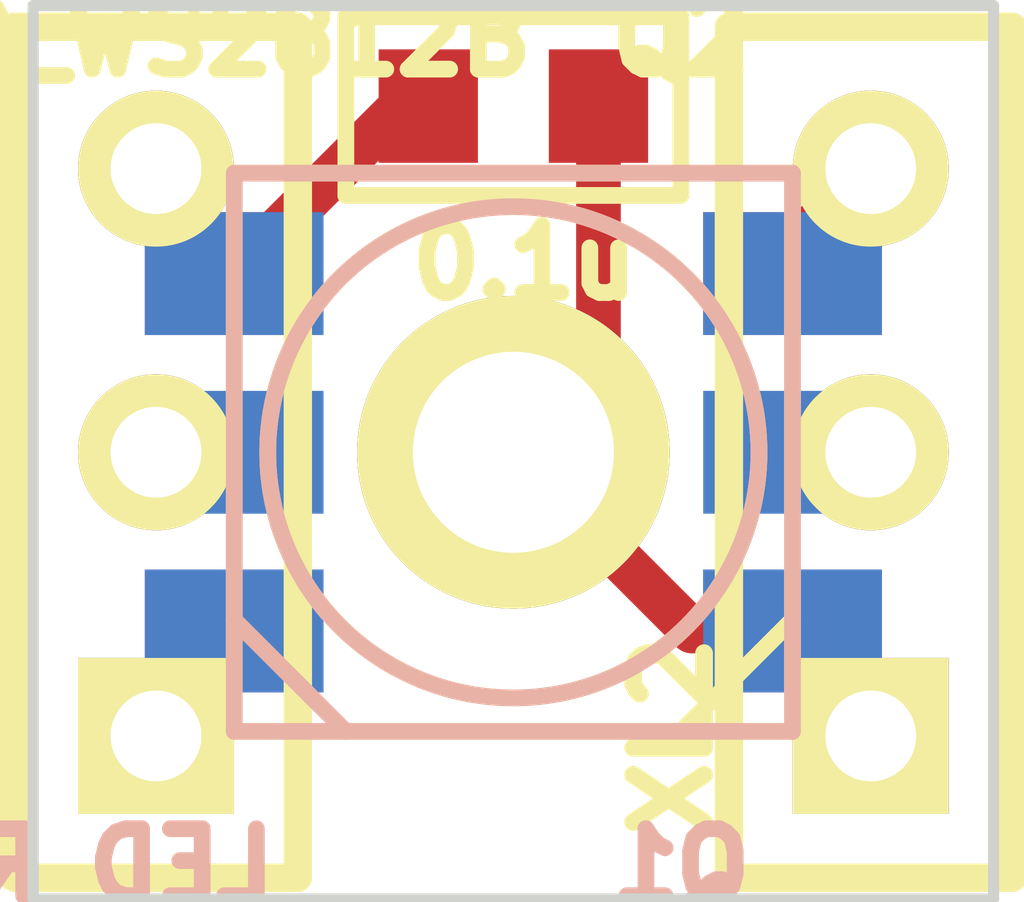
<source format=kicad_pcb>
(kicad_pcb (version 3) (host pcbnew "(2013-07-07 BZR 4022)-stable")

  (general
    (links 12)
    (no_connects 3)
    (area 148.82544 95.655 162.997001 104.87543)
    (thickness 1.6)
    (drawings 4)
    (tracks 16)
    (zones 0)
    (modules 6)
    (nets 8)
  )

  (page A3)
  (layers
    (15 F.Cu signal)
    (0 B.Cu signal)
    (16 B.Adhes user)
    (17 F.Adhes user)
    (18 B.Paste user)
    (19 F.Paste user)
    (20 B.SilkS user)
    (21 F.SilkS user)
    (22 B.Mask user)
    (23 F.Mask user)
    (24 Dwgs.User user)
    (25 Cmts.User user)
    (26 Eco1.User user)
    (27 Eco2.User user)
    (28 Edge.Cuts user)
  )

  (setup
    (last_trace_width 0.4)
    (trace_clearance 0.2)
    (zone_clearance 0.508)
    (zone_45_only no)
    (trace_min 0.254)
    (segment_width 0.2)
    (edge_width 0.1)
    (via_size 0.889)
    (via_drill 0.635)
    (via_min_size 0.889)
    (via_min_drill 0.508)
    (uvia_size 0.508)
    (uvia_drill 0.127)
    (uvias_allowed no)
    (uvia_min_size 0.508)
    (uvia_min_drill 0.127)
    (pcb_text_width 0.3)
    (pcb_text_size 1.5 1.5)
    (mod_edge_width 0.15)
    (mod_text_size 1 1)
    (mod_text_width 0.15)
    (pad_size 2.8 2.8)
    (pad_drill 1.8)
    (pad_to_mask_clearance 0.1)
    (aux_axis_origin 0 0)
    (visible_elements 7FFFFFCF)
    (pcbplotparams
      (layerselection 268468225)
      (usegerberextensions true)
      (excludeedgelayer true)
      (linewidth 0.150000)
      (plotframeref false)
      (viasonmask false)
      (mode 1)
      (useauxorigin false)
      (hpglpennumber 1)
      (hpglpenspeed 20)
      (hpglpendiameter 15)
      (hpglpenoverlay 2)
      (psnegative false)
      (psa4output false)
      (plotreference true)
      (plotvalue true)
      (plotothertext true)
      (plotinvisibletext false)
      (padsonsilk false)
      (subtractmaskfromsilk false)
      (outputformat 1)
      (mirror false)
      (drillshape 0)
      (scaleselection 1)
      (outputdirectory Gerber))
  )

  (net 0 "")
  (net 1 N-000001)
  (net 2 N-000002)
  (net 3 N-000003)
  (net 4 N-000004)
  (net 5 N-000005)
  (net 6 N-000006)
  (net 7 N-000007)

  (net_class Default "This is the default net class."
    (clearance 0.2)
    (trace_width 0.4)
    (via_dia 0.889)
    (via_drill 0.635)
    (uvia_dia 0.508)
    (uvia_drill 0.127)
    (add_net "")
    (add_net N-000001)
    (add_net N-000002)
    (add_net N-000003)
    (add_net N-000004)
    (add_net N-000005)
    (add_net N-000006)
    (add_net N-000007)
  )

  (module SIL1_ROUND_1MM8 (layer F.Cu) (tedit 532EDE1F) (tstamp 532EE5DB)
    (at 158.2 100.6)
    (descr "Connecteurs 2 pins")
    (tags "CONN DEV")
    (path /532ED359)
    (fp_text reference XL3 (at 0 -1.778) (layer F.SilkS) hide
      (effects (font (size 0.14986 0.14986) (thickness 0.0381)))
    )
    (fp_text value CONN_1 (at 0 2.032) (layer F.SilkS) hide
      (effects (font (size 0.635 0.635) (thickness 0.16002)))
    )
    (pad 1 thru_hole circle (at 0 0) (size 2.8 2.8) (drill 1.8)
      (layers *.Cu *.Mask F.SilkS)
      (net 7 N-000007)
    )
  )

  (module SIL-3 (layer F.Cu) (tedit 4D35A701) (tstamp 532EE5E6)
    (at 155 100.6 90)
    (descr "Connector 3-pin")
    (path /532ED892)
    (fp_text reference XL1 (at -2.54 -1.778 90) (layer F.SilkS)
      (effects (font (size 0.635 0.635) (thickness 0.16002)))
    )
    (fp_text value CONN_3 (at 2.286 -1.778 90) (layer F.SilkS) hide
      (effects (font (size 0.635 0.635) (thickness 0.16002)))
    )
    (fp_line (start -3.81 -1.27) (end 3.81 -1.27) (layer F.SilkS) (width 0.254))
    (fp_line (start 3.81 -1.27) (end 3.81 1.27) (layer F.SilkS) (width 0.254))
    (fp_line (start 3.81 1.27) (end -3.81 1.27) (layer F.SilkS) (width 0.254))
    (fp_line (start -3.81 1.27) (end -3.81 -1.27) (layer F.SilkS) (width 0.254))
    (pad 1 thru_hole rect (at -2.54 0 90) (size 1.397 1.397) (drill 0.8128)
      (layers *.Cu *.Mask F.SilkS)
      (net 1 N-000001)
    )
    (pad 2 thru_hole circle (at 0 0 90) (size 1.397 1.397) (drill 0.8128)
      (layers *.Cu *.Mask F.SilkS)
      (net 3 N-000003)
    )
    (pad 3 thru_hole circle (at 2.54 0 90) (size 1.397 1.397) (drill 0.8128)
      (layers *.Cu *.Mask F.SilkS)
      (net 6 N-000006)
    )
  )

  (module SIL-3 (layer F.Cu) (tedit 4D35A701) (tstamp 532EE5F1)
    (at 161.4 100.6 90)
    (descr "Connector 3-pin")
    (path /532ED8A1)
    (fp_text reference XL2 (at -2.54 -1.778 90) (layer F.SilkS)
      (effects (font (size 0.635 0.635) (thickness 0.16002)))
    )
    (fp_text value CONN_3 (at 2.286 -1.778 90) (layer F.SilkS) hide
      (effects (font (size 0.635 0.635) (thickness 0.16002)))
    )
    (fp_line (start -3.81 -1.27) (end 3.81 -1.27) (layer F.SilkS) (width 0.254))
    (fp_line (start 3.81 -1.27) (end 3.81 1.27) (layer F.SilkS) (width 0.254))
    (fp_line (start 3.81 1.27) (end -3.81 1.27) (layer F.SilkS) (width 0.254))
    (fp_line (start -3.81 1.27) (end -3.81 -1.27) (layer F.SilkS) (width 0.254))
    (pad 1 thru_hole rect (at -2.54 0 90) (size 1.397 1.397) (drill 0.8128)
      (layers *.Cu *.Mask F.SilkS)
      (net 5 N-000005)
    )
    (pad 2 thru_hole circle (at 0 0 90) (size 1.397 1.397) (drill 0.8128)
      (layers *.Cu *.Mask F.SilkS)
      (net 4 N-000004)
    )
    (pad 3 thru_hole circle (at 2.54 0 90) (size 1.397 1.397) (drill 0.8128)
      (layers *.Cu *.Mask F.SilkS)
      (net 2 N-000002)
    )
  )

  (module LED_WS2812B (layer F.Cu) (tedit 532EDD60) (tstamp 532EE5FF)
    (at 158.2 100.6)
    (path /532DF74E)
    (fp_text reference Q2 (at 1.50114 -3.70078) (layer F.SilkS)
      (effects (font (size 0.6 0.6) (thickness 0.15)))
    )
    (fp_text value LED_RGB_WS2812B (at -4.09956 -3.70078) (layer F.SilkS)
      (effects (font (size 0.6 0.6) (thickness 0.15)))
    )
    (fp_line (start 1.5 2.5) (end 2.5 1.5) (layer F.SilkS) (width 0.15))
    (fp_circle (center 0 0) (end 0 2.19964) (layer F.SilkS) (width 0.14986))
    (fp_line (start 2.49936 -2.49936) (end 2.49936 2.49936) (layer F.SilkS) (width 0.14986))
    (fp_line (start 2.49936 2.49936) (end -2.49936 2.49936) (layer F.SilkS) (width 0.14986))
    (fp_line (start -2.49936 2.49936) (end -2.49936 -2.49936) (layer F.SilkS) (width 0.14986))
    (fp_line (start -2.49936 -2.49936) (end 2.49936 -2.49936) (layer F.SilkS) (width 0.14986))
    (pad 4 smd rect (at 2.5 -1.6) (size 1.6 1.1)
      (layers F.Cu F.Paste F.Mask)
      (net 2 N-000002)
    )
    (pad 3 smd rect (at 2.5 1.6) (size 1.6 1.1)
      (layers F.Cu F.Paste F.Mask)
      (net 7 N-000007)
    )
    (pad 1 smd rect (at -2.5 -1.6) (size 1.6 1.1)
      (layers F.Cu F.Paste F.Mask)
      (net 6 N-000006)
    )
    (pad 2 smd rect (at -2.5 1.6) (size 1.6 1.1)
      (layers F.Cu F.Paste F.Mask)
      (net 1 N-000001)
    )
  )

  (module LED_HH5050_RGB (layer B.Cu) (tedit 532EDCCC) (tstamp 532EE60F)
    (at 158.2 100.6)
    (path /532DF73F)
    (fp_text reference Q1 (at 1.50114 3.70078) (layer B.SilkS)
      (effects (font (size 0.59944 0.59944) (thickness 0.14986)) (justify mirror))
    )
    (fp_text value LED_RGB (at -4.09956 3.70078) (layer B.SilkS)
      (effects (font (size 0.59944 0.59944) (thickness 0.14986)) (justify mirror))
    )
    (fp_line (start -2.5 1.5) (end -1.5 2.5) (layer B.SilkS) (width 0.15))
    (fp_circle (center 0 0) (end 0 -2.19964) (layer B.SilkS) (width 0.14986))
    (fp_line (start 2.49936 2.49936) (end 2.49936 -2.49936) (layer B.SilkS) (width 0.14986))
    (fp_line (start 2.49936 -2.49936) (end -2.49936 -2.49936) (layer B.SilkS) (width 0.14986))
    (fp_line (start -2.49936 -2.49936) (end -2.49936 2.49936) (layer B.SilkS) (width 0.14986))
    (fp_line (start -2.49936 2.49936) (end 2.49936 2.49936) (layer B.SilkS) (width 0.14986))
    (pad GC smd rect (at 2.5 1.6) (size 1.6 1.1)
      (layers B.Cu B.Paste B.Mask)
      (net 5 N-000005)
    )
    (pad RC smd rect (at 2.5 0) (size 1.6 1.1)
      (layers B.Cu B.Paste B.Mask)
      (net 4 N-000004)
    )
    (pad BC smd rect (at 2.5 -1.6) (size 1.6 1.1)
      (layers B.Cu B.Paste B.Mask)
      (net 2 N-000002)
    )
    (pad GA smd rect (at -2.5 1.6) (size 1.6 1.1)
      (layers B.Cu B.Paste B.Mask)
      (net 1 N-000001)
    )
    (pad RA smd rect (at -2.5 0) (size 1.6 1.1)
      (layers B.Cu B.Paste B.Mask)
      (net 3 N-000003)
    )
    (pad BA smd rect (at -2.5 -1.6) (size 1.6 1.1)
      (layers B.Cu B.Paste B.Mask)
      (net 6 N-000006)
    )
  )

  (module CAP_0603 (layer F.Cu) (tedit 518CEBE1) (tstamp 532EE61A)
    (at 158.2 97.5)
    (path /532ED3E6)
    (attr smd)
    (fp_text reference C1 (at -0.0635 -1.27) (layer F.SilkS)
      (effects (font (size 0.6 0.6) (thickness 0.15)))
    )
    (fp_text value 0.1u (at 0.09906 1.39954) (layer F.SilkS)
      (effects (font (size 0.6 0.6) (thickness 0.15)))
    )
    (fp_line (start -1.5 0) (end -1.5 -0.8) (layer F.SilkS) (width 0.15))
    (fp_line (start -1.5 -0.8) (end 1.5 -0.8) (layer F.SilkS) (width 0.15))
    (fp_line (start 1.5 -0.8) (end 1.5 0.8) (layer F.SilkS) (width 0.15))
    (fp_line (start 1.5 0.8) (end -1.5 0.8) (layer F.SilkS) (width 0.15))
    (fp_line (start -1.5 0.8) (end -1.5 0) (layer F.SilkS) (width 0.15))
    (pad 1 smd rect (at -0.762 0) (size 0.889 1.016)
      (layers F.Cu F.Paste F.Mask)
      (net 6 N-000006)
    )
    (pad 2 smd rect (at 0.762 0) (size 0.889 1.016)
      (layers F.Cu F.Paste F.Mask)
      (net 7 N-000007)
    )
    (model 3d\c_0603.wrl
      (at (xyz 0 0 0))
      (scale (xyz 1 1 1))
      (rotate (xyz 0 0 0))
    )
  )

  (gr_line (start 153.9 104.6) (end 153.9 96.6) (angle 90) (layer Edge.Cuts) (width 0.1))
  (gr_line (start 162.5 104.6) (end 153.9 104.6) (angle 90) (layer Edge.Cuts) (width 0.1))
  (gr_line (start 162.5 96.6) (end 162.5 104.6) (angle 90) (layer Edge.Cuts) (width 0.1))
  (gr_line (start 153.9 96.6) (end 162.5 96.6) (angle 90) (layer Edge.Cuts) (width 0.1))

  (segment (start 155.7 102.2) (end 155.7 102.44) (width 0.4) (layer F.Cu) (net 1))
  (segment (start 155.7 102.44) (end 155 103.14) (width 0.4) (layer F.Cu) (net 1) (tstamp 532EE767))
  (segment (start 160.7 99) (end 160.7 98.76) (width 0.4) (layer F.Cu) (net 2))
  (segment (start 160.7 98.76) (end 161.4 98.06) (width 0.4) (layer F.Cu) (net 2) (tstamp 532EE764))
  (segment (start 161.4 103.14) (end 161.4 102.9) (width 0.4) (layer B.Cu) (net 5) (status C00000))
  (segment (start 161.4 102.9) (end 160.7 102.2) (width 0.4) (layer B.Cu) (net 5) (tstamp 532EE77A) (status C00000))
  (segment (start 157.438 97.4) (end 157.3 97.4) (width 0.4) (layer F.Cu) (net 6))
  (segment (start 157.3 97.4) (end 155.7 99) (width 0.4) (layer F.Cu) (net 6) (tstamp 532EE754))
  (segment (start 155 98.06) (end 155 98.3) (width 0.254) (layer B.Cu) (net 6))
  (segment (start 155 98.3) (end 155.7 99) (width 0.254) (layer B.Cu) (net 6) (tstamp 532EE748))
  (segment (start 160.7 102.2) (end 160.7 102.44) (width 0.4) (layer F.Cu) (net 7))
  (segment (start 160.7 102.44) (end 161.4 103.14) (width 0.4) (layer F.Cu) (net 7) (tstamp 532EE76A))
  (segment (start 160.7 102.2) (end 159.8 102.2) (width 0.4) (layer F.Cu) (net 7))
  (segment (start 159.8 102.2) (end 158.2 100.6) (width 0.4) (layer F.Cu) (net 7) (tstamp 532EE757))
  (segment (start 158.962 97.4) (end 158.962 99.838) (width 0.4) (layer F.Cu) (net 7))
  (segment (start 158.962 99.838) (end 158.2 100.6) (width 0.4) (layer F.Cu) (net 7) (tstamp 532EE751))

)

</source>
